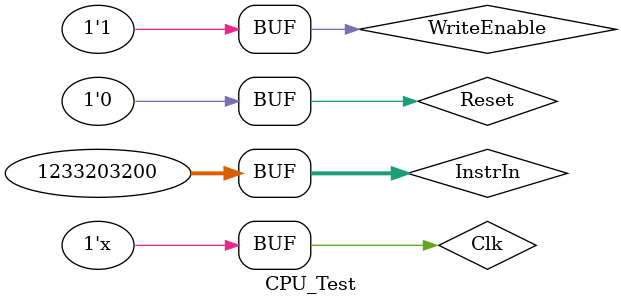
<source format=v>
`timescale 1ns / 1ps


module CPU_Test;

	// Inputs
	reg [31:0] InstrIn;
	reg Reset;
	reg Clk;
	reg WriteEnable;

	// Outputs
	wire [31:0] ALUOut;

	// Instantiate the Unit Under Test (UUT)
	CPU uut (
		.InstrIn(InstrIn), 
		.Reset(Reset), 
		.Clk(Clk), 
		.WriteEnable(WriteEnable), 
		.ALUOut(ALUOut)
	);
	always #5
	Clk = ~Clk;
	initial begin
		// Initialize Inputs
		InstrIn = 0;
		Reset = 1;
		Clk = 0;
		WriteEnable = 0;

		// Wait 100 ns for global reset to finish
		#100
      
		Reset = 0;
		WriteEnable = 1;
		//		---- I type ---
		#30
		InstrIn= 32'b011010_00000_00000_0000000000000101;		// I, add r0 with 00000005 =>   r0 = 00000005

		#10
		InstrIn= 32'b011010_00001_00001_0000000000001010;		// I, add r1 with 0000000A =>   r1 = 0000000A

		#10
		InstrIn= 32'b011010_00010_00010_1111111111111000;		// I, add r2 with 0000FFF8 =>   r2 = 0000FFF8

		#10
		InstrIn= 32'b011001_00011_00011_1111111111111000;		// I, not r3     				=>   r3 = FFFFFFFF
		
		#10
		InstrIn= 32'b011100_00100_00100_1010101010101010;		// I, or r4 with 0000AAAA  =>   r4 = 00000AAAA
		
		#10
		InstrIn= 32'b011101_00101_00101_1111111111111111;		// I, and r5 with 0000FFFF =>   r5 = 00000000
		
		#10
		InstrIn= 32'b011110_00110_00110_1111111111111000;		// I, slt r6 with 0000FFFF8 =>  r6 = 00000001

//		---- R type ---
		#10
		InstrIn= 32'b010001_00111_00001_00000_00000000000;		// R, not r1(0000000A)                   =>  r7 = FFFFFFF5

		#10
		InstrIn= 32'b010010_01000_00001_00010_00000000000;		// R, add r1(0000000A) with r2(0000FFF8) =>  r8 = 00010002
		
		#10
		InstrIn= 32'b010010_01001_00001_00011_00000000000;		// R, add r1(0000000A) with r3(FFFFFFFF) =>  r9 = 00000009
		
		#10
		InstrIn= 32'b010010_01010_00001_00100_00000000000;		// R, add r1(0000000A) with r4(0000AAAA) =>  r10 = 0000AAB4
		
		#10
		InstrIn= 32'b010010_01011_00001_00101_00000000000;		// R, add r1(0000000A) with r5(00000000) =>  r11 = 0000000A  
		
		#10
		InstrIn= 32'b010010_01100_00001_00110_00000000000;		// R, add r1(0000000A) with r6(00000001) =>  r12 = 0000000B  
		
        
		// Add stimulus here

	end
      
endmodule


</source>
